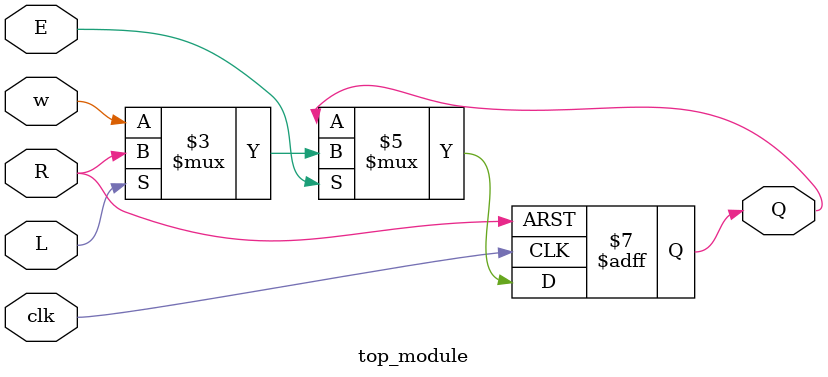
<source format=sv>
module top_module (
    input clk,
    input w,
    input R,
    input E,
    input L,
    output reg Q
);

always @(posedge clk or posedge R) begin
    if (R) begin
        Q <= 1'b0;
    end else if (E) begin
        if (L) begin
            Q <= R;
        end else begin
            Q <= w;
        end
    end
end

endmodule

</source>
